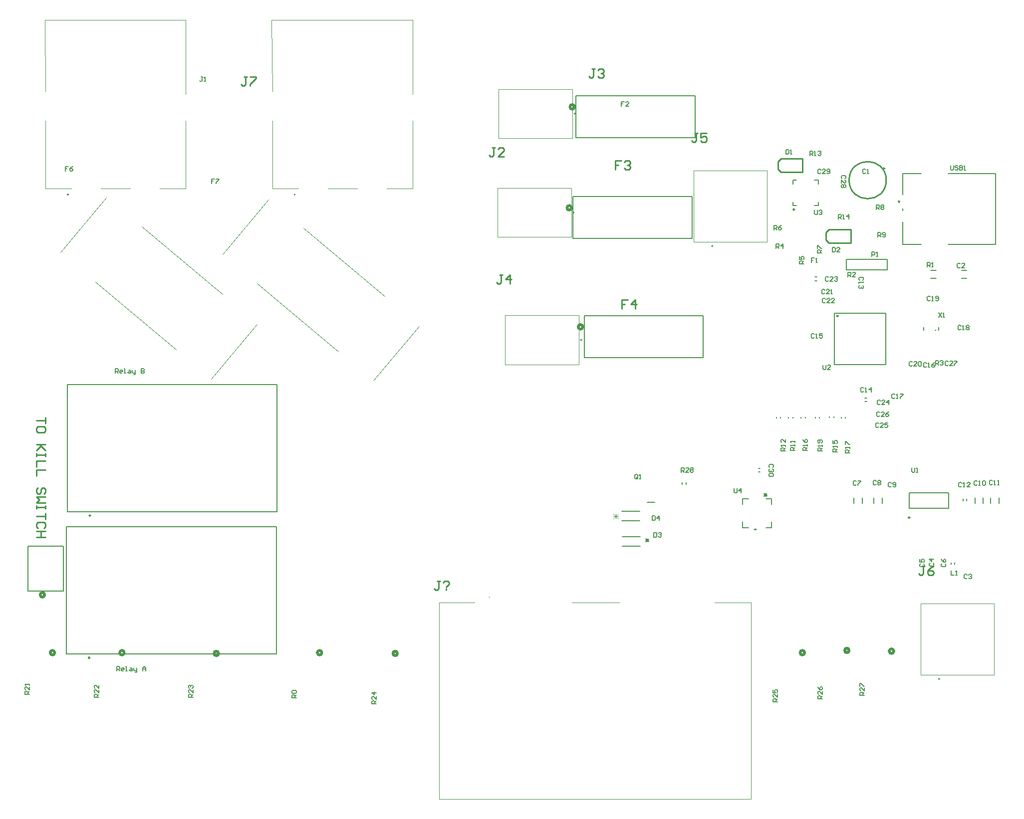
<source format=gto>
G04*
G04 #@! TF.GenerationSoftware,Altium Limited,Altium Designer,18.1.7 (191)*
G04*
G04 Layer_Color=65535*
%FSLAX25Y25*%
%MOIN*%
G70*
G01*
G75*
%ADD10C,0.00787*%
%ADD11C,0.02000*%
%ADD12C,0.00984*%
%ADD13C,0.01000*%
%ADD14C,0.00394*%
%ADD15C,0.00600*%
%ADD16C,0.00300*%
%ADD17C,0.00500*%
G36*
X568798Y424551D02*
Y423551D01*
X567298D01*
Y424551D01*
X568798D01*
D02*
G37*
D10*
X390410Y378921D02*
G03*
X390410Y378528I0J-197D01*
G01*
D02*
G03*
X390410Y378921I0J197D01*
G01*
D02*
G03*
X390410Y378528I0J-197D01*
G01*
X259961Y647945D02*
G03*
X260748Y647945I394J0D01*
G01*
D02*
G03*
X259961Y647945I-394J0D01*
G01*
X690370Y324205D02*
G03*
X691157Y324205I394J0D01*
G01*
D02*
G03*
X690370Y324205I-394J0D01*
G01*
X538870Y613587D02*
G03*
X539657Y613587I394J0D01*
G01*
D02*
G03*
X538870Y613587I-394J0D01*
G01*
X447402Y702394D02*
G03*
X447402Y701606I0J-394D01*
G01*
D02*
G03*
X447402Y702394I0J394D01*
G01*
X446681Y636394D02*
G03*
X446681Y635606I0J-394D01*
G01*
D02*
G03*
X446681Y636394I0J394D01*
G01*
X451681Y551185D02*
G03*
X451681Y550398I0J-394D01*
G01*
D02*
G03*
X451681Y551185I0J394D01*
G01*
X109260Y647945D02*
G03*
X108473Y647945I-394J0D01*
G01*
D02*
G03*
X109260Y647945I394J0D01*
G01*
X607909Y590220D02*
X609091D01*
X607909Y592780D02*
X609091D01*
X495681Y442310D02*
X500799D01*
X521878Y454165D02*
Y455740D01*
X519122Y454165D02*
Y455740D01*
X670811Y438382D02*
X697189D01*
X670811Y448618D02*
X697189D01*
X670811Y438382D02*
Y448618D01*
X697189Y438382D02*
Y448618D01*
X570017Y462532D02*
X571198D01*
X570017Y465091D02*
X571198D01*
X641201Y512047D02*
X642382D01*
X641201Y509488D02*
X642382D01*
X701279Y400910D02*
Y402091D01*
X698721Y400910D02*
Y402091D01*
X656043Y597500D02*
Y604586D01*
X628957D02*
X656043D01*
X628957Y597500D02*
Y604586D01*
Y597500D02*
X656043D01*
X620925Y534275D02*
Y568527D01*
X655177Y534275D02*
Y568527D01*
X620925D02*
X655177D01*
X620925Y534275D02*
X655177D01*
X593197Y640559D02*
X595657D01*
X593197D02*
Y643019D01*
Y655027D02*
Y657488D01*
X595657D01*
X607665D02*
X610126D01*
Y655027D02*
Y657488D01*
X607665Y640559D02*
X610126D01*
Y643019D01*
X709280Y443409D02*
Y444591D01*
X706720Y443409D02*
Y444591D01*
X730756Y441728D02*
Y445272D01*
X725244Y441728D02*
Y445272D01*
X696945Y662043D02*
X728362D01*
Y614641D02*
Y662043D01*
X696945Y614641D02*
X728362D01*
X666512D02*
X678835D01*
X666512Y662043D02*
X678835D01*
X666512Y647988D02*
Y662043D01*
Y614641D02*
Y629641D01*
Y637200D02*
Y638539D01*
X685228Y597299D02*
X688772D01*
X685228Y591787D02*
X688772D01*
X705728Y597299D02*
X709272D01*
X705728Y591787D02*
X709272D01*
X107921Y340980D02*
X248079D01*
Y426020D01*
X107921D02*
X248079D01*
X107921Y340980D02*
Y426020D01*
X108421Y435980D02*
X248579D01*
Y521020D01*
X108421D02*
X248579D01*
X108421Y435980D02*
Y521020D01*
X680500Y557354D02*
Y559354D01*
X690500Y557354D02*
Y559354D01*
X608122Y498606D02*
Y499394D01*
X610878Y498606D02*
Y499394D01*
X625347Y498629D02*
Y499417D01*
X628102Y498629D02*
Y499417D01*
X598622Y498606D02*
Y499394D01*
X601378Y498606D02*
Y499394D01*
X617622Y498787D02*
Y499574D01*
X620378Y498787D02*
Y499574D01*
X584878Y498449D02*
Y499236D01*
X582122Y498449D02*
Y499236D01*
X593039Y498606D02*
Y499394D01*
X590283Y498606D02*
Y499394D01*
X720256Y441728D02*
Y445271D01*
X714744Y441728D02*
Y445271D01*
X652756Y441771D02*
Y445315D01*
X647244Y441771D02*
Y445315D01*
X639413Y441610D02*
Y445153D01*
X633901Y441610D02*
Y445153D01*
D11*
X93329Y380389D02*
G03*
X93329Y380389I-1500J0D01*
G01*
X452750Y559500D02*
G03*
X452750Y559500I-1500J0D01*
G01*
X445250Y639071D02*
G03*
X445250Y639071I-1500J0D01*
G01*
X447250Y706500D02*
G03*
X447250Y706500I-1500J0D01*
G01*
X660500Y342750D02*
G03*
X660500Y342750I-1500J0D01*
G01*
X278468Y341750D02*
G03*
X278468Y341750I-1500J0D01*
G01*
X630693Y343266D02*
G03*
X630693Y343266I-1500J0D01*
G01*
X600968Y341766D02*
G03*
X600968Y341766I-1500J0D01*
G01*
X328969Y341266D02*
G03*
X328969Y341266I-1500J0D01*
G01*
X209500D02*
G03*
X209500Y341266I-1500J0D01*
G01*
X146469Y341766D02*
G03*
X146469Y341766I-1500J0D01*
G01*
X100048D02*
G03*
X100048Y341766I-1500J0D01*
G01*
D12*
X671303Y432083D02*
G03*
X671303Y432083I-492J0D01*
G01*
X623369Y566717D02*
G03*
X623369Y566717I-492J0D01*
G01*
X594279Y638000D02*
G03*
X594279Y638000I-492J0D01*
G01*
X664524Y643263D02*
G03*
X664524Y643263I-492J0D01*
G01*
X123492Y338421D02*
G03*
X123492Y338421I-492J0D01*
G01*
X123992Y433421D02*
G03*
X123992Y433421I-492J0D01*
G01*
X688492Y557263D02*
G03*
X688492Y557263I-197J0D01*
G01*
D13*
X655480Y657543D02*
G03*
X655480Y657543I-12402J0D01*
G01*
X617331Y615543D02*
X631831D01*
X615331Y617543D02*
X617331Y615543D01*
X615331Y617543D02*
Y622543D01*
X617331Y624543D01*
X631831D01*
Y615543D02*
Y624543D01*
X599610Y663000D02*
Y672000D01*
X585110D02*
X599610D01*
X583110Y670000D02*
X585110Y672000D01*
X583110Y665000D02*
Y670000D01*
Y665000D02*
X585110Y663000D01*
X599610D01*
X357627Y389598D02*
X355627D01*
X356627D01*
Y384600D01*
X355627Y383600D01*
X354628D01*
X353628Y384600D01*
X359626Y388598D02*
X360626Y389598D01*
X362625D01*
X363625Y388598D01*
Y387599D01*
X361626Y385599D01*
Y384600D02*
Y383600D01*
X93998Y499000D02*
Y495001D01*
Y497001D01*
X88000D01*
X93998Y490003D02*
Y492002D01*
X92998Y493002D01*
X89000D01*
X88000Y492002D01*
Y490003D01*
X89000Y489003D01*
X92998D01*
X93998Y490003D01*
Y481006D02*
X88000D01*
X89999D01*
X93998Y477007D01*
X90999Y480006D01*
X88000Y477007D01*
X93998Y475008D02*
Y473008D01*
Y474008D01*
X88000D01*
Y475008D01*
Y473008D01*
X93998Y470009D02*
X88000D01*
Y466011D01*
X93998Y464011D02*
X88000D01*
Y460013D01*
X92998Y448017D02*
X93998Y449016D01*
Y451016D01*
X92998Y452015D01*
X91999D01*
X90999Y451016D01*
Y449016D01*
X89999Y448017D01*
X89000D01*
X88000Y449016D01*
Y451016D01*
X89000Y452015D01*
X93998Y446017D02*
X88000D01*
X89999Y444018D01*
X88000Y442018D01*
X93998D01*
Y440019D02*
Y438020D01*
Y439019D01*
X88000D01*
Y440019D01*
Y438020D01*
X93998Y435021D02*
Y431022D01*
Y433021D01*
X88000D01*
X92998Y425024D02*
X93998Y426024D01*
Y428023D01*
X92998Y429023D01*
X89000D01*
X88000Y428023D01*
Y426024D01*
X89000Y425024D01*
X93998Y423025D02*
X88000D01*
X90999D01*
Y419026D01*
X93998D01*
X88000D01*
X228499Y726498D02*
X226499D01*
X227499D01*
Y721500D01*
X226499Y720500D01*
X225500D01*
X224500Y721500D01*
X230498Y726498D02*
X234497D01*
Y725498D01*
X230498Y721500D01*
Y720500D01*
X681199Y399498D02*
X679199D01*
X680199D01*
Y394500D01*
X679199Y393500D01*
X678200D01*
X677200Y394500D01*
X687197Y399498D02*
X685197Y398498D01*
X683198Y396499D01*
Y394500D01*
X684198Y393500D01*
X686197D01*
X687197Y394500D01*
Y395499D01*
X686197Y396499D01*
X683198D01*
X529658Y688939D02*
X527658D01*
X528658D01*
Y683941D01*
X527658Y682941D01*
X526659D01*
X525659Y683941D01*
X535656Y688939D02*
X531657D01*
Y685940D01*
X533657Y686940D01*
X534656D01*
X535656Y685940D01*
Y683941D01*
X534656Y682941D01*
X532657D01*
X531657Y683941D01*
X482762Y577541D02*
X478763D01*
Y574542D01*
X480762D01*
X478763D01*
Y571543D01*
X487760D02*
Y577541D01*
X484761Y574542D01*
X488760D01*
X478499Y670498D02*
X474500D01*
Y667499D01*
X476499D01*
X474500D01*
Y664500D01*
X480498Y669498D02*
X481498Y670498D01*
X483497D01*
X484497Y669498D01*
Y668499D01*
X483497Y667499D01*
X482497D01*
X483497D01*
X484497Y666499D01*
Y665500D01*
X483497Y664500D01*
X481498D01*
X480498Y665500D01*
X399219Y594189D02*
X397220D01*
X398219D01*
Y589191D01*
X397220Y588191D01*
X396220D01*
X395220Y589191D01*
X404218Y588191D02*
Y594189D01*
X401219Y591190D01*
X405217D01*
X460999Y731998D02*
X458999D01*
X459999D01*
Y727000D01*
X458999Y726000D01*
X458000D01*
X457000Y727000D01*
X462998Y730998D02*
X463998Y731998D01*
X465997D01*
X466997Y730998D01*
Y729999D01*
X465997Y728999D01*
X464997D01*
X465997D01*
X466997Y727999D01*
Y727000D01*
X465997Y726000D01*
X463998D01*
X462998Y727000D01*
X394219Y679398D02*
X392220D01*
X393219D01*
Y674400D01*
X392220Y673400D01*
X391220D01*
X390220Y674400D01*
X400217Y673400D02*
X396218D01*
X400217Y677399D01*
Y678398D01*
X399218Y679398D01*
X397218D01*
X396218Y678398D01*
D14*
X204556Y524725D02*
X235240Y561293D01*
X103824Y609249D02*
X134508Y645817D01*
X127046Y589763D02*
X181333Y544211D01*
X158047Y626708D02*
X212333Y581156D01*
X356749Y375339D02*
X380568D01*
X356749D02*
X380568D01*
X356749Y243843D02*
Y375339D01*
Y243843D02*
Y375339D01*
Y243843D02*
X565016D01*
X356749D02*
X565016D01*
Y375339D01*
Y243843D02*
Y375339D01*
X541001D02*
X565016D01*
X541001D02*
X565016D01*
X445528D02*
X477024D01*
X445528D02*
X477024D01*
X312786Y523496D02*
X343470Y560064D01*
X212054Y608020D02*
X242738Y644588D01*
X235276Y588534D02*
X289563Y542982D01*
X266277Y625479D02*
X320564Y579927D01*
X245000Y764716D02*
X245354Y716843D01*
X245000Y764716D02*
X339134D01*
Y714874D02*
Y764716D01*
X245354Y651882D02*
Y697157D01*
Y651882D02*
X262717D01*
X282402D02*
X302087D01*
X339134D02*
Y697157D01*
X321772Y651882D02*
X339134D01*
X727488Y327059D02*
Y374500D01*
X678354Y327059D02*
X727488D01*
X678354D02*
Y374500D01*
X727488D01*
X575988Y616441D02*
Y663882D01*
X526854Y616441D02*
X575988D01*
X526854D02*
Y663882D01*
X575988D01*
X396654Y685563D02*
Y718437D01*
X445787D01*
Y685563D02*
Y718437D01*
X396654Y685563D02*
X445787D01*
X395933Y619563D02*
Y652437D01*
X445067D01*
Y619563D02*
Y652437D01*
X395933Y619563D02*
X445067D01*
X400933Y534354D02*
Y567228D01*
X450067D01*
Y534354D02*
Y567228D01*
X400933Y534354D02*
X450067D01*
X170283Y651882D02*
X187646D01*
Y697157D01*
X130913Y651882D02*
X150598D01*
X93866D02*
X111228D01*
X93866D02*
Y697157D01*
X187646Y714874D02*
Y764716D01*
X93512D02*
X187646D01*
X93512D02*
X93866Y716843D01*
D15*
X82115Y412989D02*
X105715D01*
Y382889D02*
Y412989D01*
X82115Y382889D02*
X105715D01*
X82115D02*
Y412989D01*
X453750Y539000D02*
Y567000D01*
X533250D01*
Y539000D02*
Y567000D01*
X453750Y539000D02*
X533250D01*
X446250Y618571D02*
Y646571D01*
X525750D01*
Y618571D02*
Y646571D01*
X446250Y618571D02*
X525750D01*
X448250Y686000D02*
Y714000D01*
X527750D01*
Y686000D02*
Y714000D01*
X448250Y686000D02*
X527750D01*
X478681Y436158D02*
X490902D01*
X478681Y429843D02*
X490902D01*
X479098Y419158D02*
X491319D01*
X479098Y412843D02*
X491319D01*
X578997Y440819D02*
Y444669D01*
X559659Y440819D02*
Y444669D01*
Y425331D02*
X563509D01*
X578997D02*
Y429181D01*
X575147Y444669D02*
X578997D01*
X559659D02*
X563509D01*
X559659Y425331D02*
Y429181D01*
X575147Y425331D02*
X578997D01*
D16*
X473063Y434665D02*
X476395Y431333D01*
X473063D02*
X476395Y434665D01*
X473063Y432999D02*
X476395D01*
X474729Y431333D02*
Y434665D01*
D17*
X496937Y416001D02*
X494938Y418000D01*
X496937D02*
X494938Y416001D01*
X496937Y417000D02*
X494938D01*
X495938Y418000D02*
Y416001D01*
X575945Y448199D02*
X573946Y446200D01*
Y448199D02*
X575945Y446200D01*
X574946Y448199D02*
Y446200D01*
X573946Y447199D02*
X575945D01*
X652925Y665196D02*
X654924D01*
X653925Y666196D02*
Y664196D01*
X499265Y433236D02*
Y430236D01*
X500765D01*
X501264Y430736D01*
Y432736D01*
X500765Y433236D01*
X499265D01*
X503764Y430236D02*
Y433236D01*
X502264Y431736D01*
X504263D01*
X198999Y726499D02*
X198000D01*
X198500D01*
Y724000D01*
X198000Y723500D01*
X197500D01*
X197000Y724000D01*
X199999Y723500D02*
X200999D01*
X200499D01*
Y726499D01*
X199999Y725999D01*
X206928Y658399D02*
X204929D01*
Y656899D01*
X205929D01*
X204929D01*
Y655400D01*
X207928Y658399D02*
X209928D01*
Y657899D01*
X207928Y655900D01*
Y655400D01*
X109109Y666689D02*
X107110D01*
Y665190D01*
X108110D01*
X107110D01*
Y663690D01*
X112108Y666689D02*
X111109Y666189D01*
X110109Y665190D01*
Y664190D01*
X110609Y663690D01*
X111608D01*
X112108Y664190D01*
Y664690D01*
X111608Y665190D01*
X110109D01*
X480499Y710027D02*
X478500D01*
Y708528D01*
X479500D01*
X478500D01*
Y707028D01*
X483498D02*
X481499D01*
X483498Y709028D01*
Y709527D01*
X482999Y710027D01*
X481999D01*
X481499Y709527D01*
X489599Y458414D02*
Y460414D01*
X489100Y460913D01*
X488100D01*
X487600Y460414D01*
Y458414D01*
X488100Y457914D01*
X489100D01*
X488600Y458914D02*
X489599Y457914D01*
X489100D02*
X489599Y458414D01*
X490599Y457914D02*
X491599D01*
X491099D01*
Y460913D01*
X490599Y460414D01*
X554000Y451499D02*
Y449000D01*
X554500Y448500D01*
X555500D01*
X555999Y449000D01*
Y451499D01*
X558499Y448500D02*
Y451499D01*
X556999Y450000D01*
X558998D01*
X613186Y533999D02*
Y531500D01*
X613686Y531000D01*
X614685D01*
X615185Y531500D01*
Y533999D01*
X618184Y531000D02*
X616185D01*
X618184Y532999D01*
Y533499D01*
X617684Y533999D01*
X616685D01*
X616185Y533499D01*
X607605Y637499D02*
Y635000D01*
X608105Y634500D01*
X609105D01*
X609605Y635000D01*
Y637499D01*
X610604Y636999D02*
X611104Y637499D01*
X612104D01*
X612604Y636999D01*
Y636499D01*
X612104Y635999D01*
X611604D01*
X612104D01*
X612604Y635500D01*
Y635000D01*
X612104Y634500D01*
X611104D01*
X610604Y635000D01*
X518600Y462353D02*
Y465352D01*
X520099D01*
X520599Y464852D01*
Y463852D01*
X520099Y463352D01*
X518600D01*
X519600D02*
X520599Y462353D01*
X523598D02*
X521599D01*
X523598Y464352D01*
Y464852D01*
X523099Y465352D01*
X522099D01*
X521599Y464852D01*
X524598D02*
X525098Y465352D01*
X526098D01*
X526597Y464852D01*
Y464352D01*
X526098Y463852D01*
X526597Y463352D01*
Y462853D01*
X526098Y462353D01*
X525098D01*
X524598Y462853D01*
Y463352D01*
X525098Y463852D01*
X524598Y464352D01*
Y464852D01*
X525098Y463852D02*
X526098D01*
X261500Y311484D02*
X258501D01*
Y312983D01*
X259001Y313483D01*
X260001D01*
X260501Y312983D01*
Y311484D01*
Y312484D02*
X261500Y313483D01*
X259001Y314483D02*
X258501Y314983D01*
Y315983D01*
X259001Y316482D01*
X261000D01*
X261500Y315983D01*
Y314983D01*
X261000Y314483D01*
X259001D01*
X641000Y313323D02*
X638001D01*
Y314822D01*
X638501Y315322D01*
X639501D01*
X640000Y314822D01*
Y313323D01*
Y314322D02*
X641000Y315322D01*
Y318321D02*
Y316322D01*
X639001Y318321D01*
X638501D01*
X638001Y317821D01*
Y316822D01*
X638501Y316322D01*
X638001Y319321D02*
Y321320D01*
X638501D01*
X640500Y319321D01*
X641000D01*
X612693Y311000D02*
X609694D01*
Y312499D01*
X610194Y312999D01*
X611194D01*
X611693Y312499D01*
Y311000D01*
Y311999D02*
X612693Y312999D01*
Y315998D02*
Y313999D01*
X610694Y315998D01*
X610194D01*
X609694Y315498D01*
Y314498D01*
X610194Y313999D01*
X609694Y318997D02*
X610194Y317997D01*
X611194Y316998D01*
X612193D01*
X612693Y317497D01*
Y318497D01*
X612193Y318997D01*
X611693D01*
X611194Y318497D01*
Y316998D01*
X583000Y309000D02*
X580001D01*
Y310500D01*
X580501Y311000D01*
X581500D01*
X582000Y310500D01*
Y309000D01*
Y310000D02*
X583000Y311000D01*
Y313999D02*
Y311999D01*
X581001Y313999D01*
X580501D01*
X580001Y313499D01*
Y312499D01*
X580501Y311999D01*
X580001Y316998D02*
Y314999D01*
X581500D01*
X581001Y315998D01*
Y316498D01*
X581500Y316998D01*
X582500D01*
X583000Y316498D01*
Y315498D01*
X582500Y314999D01*
X314969Y307500D02*
X311970D01*
Y308999D01*
X312469Y309499D01*
X313469D01*
X313969Y308999D01*
Y307500D01*
Y308499D02*
X314969Y309499D01*
Y312498D02*
Y310499D01*
X312969Y312498D01*
X312469D01*
X311970Y311998D01*
Y310999D01*
X312469Y310499D01*
X314969Y314997D02*
X311970D01*
X313469Y313498D01*
Y315497D01*
X192500Y312000D02*
X189501D01*
Y313499D01*
X190001Y313999D01*
X191000D01*
X191500Y313499D01*
Y312000D01*
Y312999D02*
X192500Y313999D01*
Y316998D02*
Y314999D01*
X190501Y316998D01*
X190001D01*
X189501Y316498D01*
Y315498D01*
X190001Y314999D01*
Y317998D02*
X189501Y318497D01*
Y319497D01*
X190001Y319997D01*
X190501D01*
X191000Y319497D01*
Y318997D01*
Y319497D01*
X191500Y319997D01*
X192000D01*
X192500Y319497D01*
Y318497D01*
X192000Y317998D01*
X129469Y312000D02*
X126470D01*
Y313499D01*
X126969Y313999D01*
X127969D01*
X128469Y313499D01*
Y312000D01*
Y313000D02*
X129469Y313999D01*
Y316998D02*
Y314999D01*
X127469Y316998D01*
X126969D01*
X126470Y316498D01*
Y315499D01*
X126969Y314999D01*
X129469Y319997D02*
Y317998D01*
X127469Y319997D01*
X126969D01*
X126470Y319498D01*
Y318498D01*
X126969Y317998D01*
X83048Y314000D02*
X80049D01*
Y315500D01*
X80548Y316000D01*
X81548D01*
X82048Y315500D01*
Y314000D01*
Y315000D02*
X83048Y316000D01*
Y318999D02*
Y316999D01*
X81048Y318999D01*
X80548D01*
X80049Y318499D01*
Y317499D01*
X80548Y316999D01*
X83048Y319998D02*
Y320998D01*
Y320498D01*
X80049D01*
X80548Y319998D01*
X690500Y568999D02*
X692499Y566000D01*
Y568999D02*
X690500Y566000D01*
X693499D02*
X694499D01*
X693999D01*
Y568999D01*
X693499Y568499D01*
X698500Y667298D02*
Y664799D01*
X699000Y664299D01*
X700000D01*
X700499Y664799D01*
Y667298D01*
X703498Y666798D02*
X702998Y667298D01*
X701999D01*
X701499Y666798D01*
Y666298D01*
X701999Y665798D01*
X702998D01*
X703498Y665299D01*
Y664799D01*
X702998Y664299D01*
X701999D01*
X701499Y664799D01*
X704498Y667298D02*
Y664299D01*
X705998D01*
X706497Y664799D01*
Y665299D01*
X705998Y665798D01*
X704498D01*
X705998D01*
X706497Y666298D01*
Y666798D01*
X705998Y667298D01*
X704498D01*
X707497Y664299D02*
X708497D01*
X707997D01*
Y667298D01*
X707497Y666798D01*
X672583Y465424D02*
Y462925D01*
X673082Y462425D01*
X674082D01*
X674582Y462925D01*
Y465424D01*
X675582Y462425D02*
X676581D01*
X676082D01*
Y465424D01*
X675582Y464925D01*
X612776Y476500D02*
X609777D01*
Y477999D01*
X610276Y478499D01*
X611276D01*
X611776Y477999D01*
Y476500D01*
Y477500D02*
X612776Y478499D01*
Y479499D02*
Y480499D01*
Y479999D01*
X609777D01*
X610276Y479499D01*
X612276Y481998D02*
X612776Y482498D01*
Y483498D01*
X612276Y483998D01*
X610276D01*
X609777Y483498D01*
Y482498D01*
X610276Y481998D01*
X610776D01*
X611276Y482498D01*
Y483998D01*
X631161Y475366D02*
X628162D01*
Y476865D01*
X628662Y477365D01*
X629662D01*
X630162Y476865D01*
Y475366D01*
Y476365D02*
X631161Y477365D01*
Y478365D02*
Y479364D01*
Y478864D01*
X628162D01*
X628662Y478365D01*
X628162Y480864D02*
Y482863D01*
X628662D01*
X630662Y480864D01*
X631161D01*
X602776Y476843D02*
X599777D01*
Y478342D01*
X600277Y478842D01*
X601276D01*
X601776Y478342D01*
Y476843D01*
Y477842D02*
X602776Y478842D01*
Y479842D02*
Y480841D01*
Y480342D01*
X599777D01*
X600277Y479842D01*
X599777Y484340D02*
X600277Y483341D01*
X601276Y482341D01*
X602276D01*
X602776Y482841D01*
Y483840D01*
X602276Y484340D01*
X601776D01*
X601276Y483840D01*
Y482341D01*
X622776Y476023D02*
X619776D01*
Y477523D01*
X620276Y478022D01*
X621276D01*
X621776Y477523D01*
Y476023D01*
Y477023D02*
X622776Y478022D01*
Y479022D02*
Y480022D01*
Y479522D01*
X619776D01*
X620276Y479022D01*
X619776Y483521D02*
Y481521D01*
X621276D01*
X620776Y482521D01*
Y483021D01*
X621276Y483521D01*
X622276D01*
X622776Y483021D01*
Y482021D01*
X622276Y481521D01*
X623500Y631697D02*
Y634696D01*
X625000D01*
X625499Y634196D01*
Y633196D01*
X625000Y632696D01*
X623500D01*
X624500D02*
X625499Y631697D01*
X626499D02*
X627499D01*
X626999D01*
Y634696D01*
X626499Y634196D01*
X630498Y631697D02*
Y634696D01*
X628998Y633196D01*
X630998D01*
X604500Y674000D02*
Y676999D01*
X606000D01*
X606499Y676499D01*
Y675499D01*
X606000Y675000D01*
X604500D01*
X605500D02*
X606499Y674000D01*
X607499D02*
X608499D01*
X607999D01*
Y676999D01*
X607499Y676499D01*
X609998D02*
X610498Y676999D01*
X611498D01*
X611998Y676499D01*
Y675999D01*
X611498Y675499D01*
X610998D01*
X611498D01*
X611998Y675000D01*
Y674500D01*
X611498Y674000D01*
X610498D01*
X609998Y674500D01*
X588077Y476685D02*
X585078D01*
Y478185D01*
X585578Y478684D01*
X586578D01*
X587078Y478185D01*
Y476685D01*
Y477685D02*
X588077Y478684D01*
Y479684D02*
Y480684D01*
Y480184D01*
X585078D01*
X585578Y479684D01*
X588077Y484183D02*
Y482183D01*
X586078Y484183D01*
X585578D01*
X585078Y483683D01*
Y482683D01*
X585578Y482183D01*
X594437Y476842D02*
X591438D01*
Y478342D01*
X591938Y478842D01*
X592937D01*
X593437Y478342D01*
Y476842D01*
Y477842D02*
X594437Y478842D01*
Y479842D02*
Y480841D01*
Y480341D01*
X591438D01*
X591938Y479842D01*
X594437Y482341D02*
Y483340D01*
Y482841D01*
X591438D01*
X591938Y482341D01*
X650000Y619500D02*
Y622499D01*
X651500D01*
X651999Y621999D01*
Y620999D01*
X651500Y620500D01*
X650000D01*
X651000D02*
X651999Y619500D01*
X652999Y620000D02*
X653499Y619500D01*
X654498D01*
X654998Y620000D01*
Y621999D01*
X654498Y622499D01*
X653499D01*
X652999Y621999D01*
Y621499D01*
X653499Y620999D01*
X654998D01*
X648878Y638000D02*
Y640999D01*
X650378D01*
X650877Y640499D01*
Y639500D01*
X650378Y639000D01*
X648878D01*
X649878D02*
X650877Y638000D01*
X651877Y640499D02*
X652377Y640999D01*
X653377D01*
X653876Y640499D01*
Y639999D01*
X653377Y639500D01*
X653876Y639000D01*
Y638500D01*
X653377Y638000D01*
X652377D01*
X651877Y638500D01*
Y639000D01*
X652377Y639500D01*
X651877Y639999D01*
Y640499D01*
X652377Y639500D02*
X653377D01*
X612500Y609071D02*
X609501D01*
Y610570D01*
X610001Y611070D01*
X611000D01*
X611500Y610570D01*
Y609071D01*
Y610071D02*
X612500Y611070D01*
X609501Y612070D02*
Y614069D01*
X610001D01*
X612000Y612070D01*
X612500D01*
X580500Y624413D02*
Y627412D01*
X581999D01*
X582499Y626913D01*
Y625913D01*
X581999Y625413D01*
X580500D01*
X581500D02*
X582499Y624413D01*
X585498Y627412D02*
X584499Y626913D01*
X583499Y625913D01*
Y624913D01*
X583999Y624413D01*
X584999D01*
X585498Y624913D01*
Y625413D01*
X584999Y625913D01*
X583499D01*
X600640Y601575D02*
X597641D01*
Y603074D01*
X598141Y603574D01*
X599140D01*
X599640Y603074D01*
Y601575D01*
Y602574D02*
X600640Y603574D01*
X597641Y606573D02*
Y604574D01*
X599140D01*
X598641Y605574D01*
Y606073D01*
X599140Y606573D01*
X600140D01*
X600640Y606073D01*
Y605074D01*
X600140Y604574D01*
X581900Y612000D02*
Y614999D01*
X583399D01*
X583899Y614499D01*
Y613499D01*
X583399Y612999D01*
X581900D01*
X582900D02*
X583899Y612000D01*
X586399D02*
Y614999D01*
X584899Y613499D01*
X586898D01*
X688500Y534000D02*
Y536999D01*
X689999D01*
X690499Y536499D01*
Y535499D01*
X689999Y535000D01*
X688500D01*
X689500D02*
X690499Y534000D01*
X691499Y536499D02*
X691999Y536999D01*
X692999D01*
X693498Y536499D01*
Y535999D01*
X692999Y535499D01*
X692499D01*
X692999D01*
X693498Y535000D01*
Y534500D01*
X692999Y534000D01*
X691999D01*
X691499Y534500D01*
X630000Y593000D02*
Y595999D01*
X631499D01*
X631999Y595499D01*
Y594499D01*
X631499Y594000D01*
X630000D01*
X631000D02*
X631999Y593000D01*
X634998D02*
X632999D01*
X634998Y594999D01*
Y595499D01*
X634499Y595999D01*
X633499D01*
X632999Y595499D01*
X683000Y599543D02*
Y602542D01*
X684500D01*
X684999Y602042D01*
Y601043D01*
X684500Y600543D01*
X683000D01*
X684000D02*
X684999Y599543D01*
X685999D02*
X686999D01*
X686499D01*
Y602542D01*
X685999Y602042D01*
X698885Y396499D02*
Y393500D01*
X700885D01*
X701885D02*
X702884D01*
X702384D01*
Y396499D01*
X701885Y395999D01*
X607499Y605499D02*
X605500D01*
Y604000D01*
X606500D01*
X605500D01*
Y602500D01*
X608499D02*
X609499D01*
X608999D01*
Y605499D01*
X608499Y604999D01*
X619500Y612499D02*
Y609500D01*
X620999D01*
X621499Y610000D01*
Y611999D01*
X620999Y612499D01*
X619500D01*
X624498Y609500D02*
X622499D01*
X624498Y611499D01*
Y611999D01*
X623998Y612499D01*
X622999D01*
X622499Y611999D01*
X588500Y677999D02*
Y675000D01*
X589999D01*
X590499Y675500D01*
Y677499D01*
X589999Y677999D01*
X588500D01*
X591499Y675000D02*
X592499D01*
X591999D01*
Y677999D01*
X591499Y677499D01*
X579564Y465536D02*
X580063Y466036D01*
Y467036D01*
X579564Y467535D01*
X577564D01*
X577064Y467036D01*
Y466036D01*
X577564Y465536D01*
X579564Y464536D02*
X580063Y464037D01*
Y463037D01*
X579564Y462537D01*
X579064D01*
X578564Y463037D01*
Y463537D01*
Y463037D01*
X578064Y462537D01*
X577564D01*
X577064Y463037D01*
Y464037D01*
X577564Y464536D01*
X579564Y461537D02*
X580063Y461037D01*
Y460038D01*
X579564Y459538D01*
X577564D01*
X577064Y460038D01*
Y461037D01*
X577564Y461537D01*
X579564D01*
X611787Y664346D02*
X611287Y664845D01*
X610288D01*
X609788Y664346D01*
Y662346D01*
X610288Y661846D01*
X611287D01*
X611787Y662346D01*
X614786Y661846D02*
X612787D01*
X614786Y663846D01*
Y664346D01*
X614286Y664845D01*
X613287D01*
X612787Y664346D01*
X615786Y662346D02*
X616286Y661846D01*
X617285D01*
X617785Y662346D01*
Y664346D01*
X617285Y664845D01*
X616286D01*
X615786Y664346D01*
Y663846D01*
X616286Y663346D01*
X617785D01*
X627999Y658501D02*
X628499Y659000D01*
Y660000D01*
X627999Y660500D01*
X626000D01*
X625500Y660000D01*
Y659000D01*
X626000Y658501D01*
X625500Y655502D02*
Y657501D01*
X627499Y655502D01*
X627999D01*
X628499Y656002D01*
Y657001D01*
X627999Y657501D01*
Y654502D02*
X628499Y654002D01*
Y653002D01*
X627999Y652503D01*
X627499D01*
X627000Y653002D01*
X626500Y652503D01*
X626000D01*
X625500Y653002D01*
Y654002D01*
X626000Y654502D01*
X626500D01*
X627000Y654002D01*
X627499Y654502D01*
X627999D01*
X627000Y654002D02*
Y653002D01*
X696999Y536121D02*
X696499Y536621D01*
X695500D01*
X695000Y536121D01*
Y534122D01*
X695500Y533622D01*
X696499D01*
X696999Y534122D01*
X699998Y533622D02*
X697999D01*
X699998Y535622D01*
Y536121D01*
X699499Y536621D01*
X698499D01*
X697999Y536121D01*
X700998Y536621D02*
X702997D01*
Y536121D01*
X700998Y534122D01*
Y533622D01*
X651122Y502251D02*
X650622Y502751D01*
X649622D01*
X649122Y502251D01*
Y500252D01*
X649622Y499752D01*
X650622D01*
X651122Y500252D01*
X654121Y499752D02*
X652121D01*
X654121Y501751D01*
Y502251D01*
X653621Y502751D01*
X652621D01*
X652121Y502251D01*
X657120Y502751D02*
X656120Y502251D01*
X655120Y501252D01*
Y500252D01*
X655620Y499752D01*
X656620D01*
X657120Y500252D01*
Y500752D01*
X656620Y501252D01*
X655120D01*
X650433Y494794D02*
X649933Y495294D01*
X648933D01*
X648433Y494794D01*
Y492795D01*
X648933Y492295D01*
X649933D01*
X650433Y492795D01*
X653432Y492295D02*
X651432D01*
X653432Y494294D01*
Y494794D01*
X652932Y495294D01*
X651932D01*
X651432Y494794D01*
X656431Y495294D02*
X654431D01*
Y493794D01*
X655431Y494294D01*
X655931D01*
X656431Y493794D01*
Y492795D01*
X655931Y492295D01*
X654931D01*
X654431Y492795D01*
X651603Y509952D02*
X651103Y510452D01*
X650103D01*
X649603Y509952D01*
Y507953D01*
X650103Y507453D01*
X651103D01*
X651603Y507953D01*
X654602Y507453D02*
X652602D01*
X654602Y509452D01*
Y509952D01*
X654102Y510452D01*
X653102D01*
X652602Y509952D01*
X657101Y507453D02*
Y510452D01*
X655601Y508953D01*
X657601D01*
X616999Y592546D02*
X616500Y593046D01*
X615500D01*
X615000Y592546D01*
Y590547D01*
X615500Y590047D01*
X616500D01*
X616999Y590547D01*
X619998Y590047D02*
X617999D01*
X619998Y592047D01*
Y592546D01*
X619498Y593046D01*
X618499D01*
X617999Y592546D01*
X620998D02*
X621498Y593046D01*
X622498D01*
X622997Y592546D01*
Y592047D01*
X622498Y591547D01*
X621998D01*
X622498D01*
X622997Y591047D01*
Y590547D01*
X622498Y590047D01*
X621498D01*
X620998Y590547D01*
X614874Y577999D02*
X614374Y578499D01*
X613374D01*
X612875Y577999D01*
Y576000D01*
X613374Y575500D01*
X614374D01*
X614874Y576000D01*
X617873Y575500D02*
X615874D01*
X617873Y577499D01*
Y577999D01*
X617373Y578499D01*
X616373D01*
X615874Y577999D01*
X620872Y575500D02*
X618873D01*
X620872Y577499D01*
Y577999D01*
X620372Y578499D01*
X619373D01*
X618873Y577999D01*
X614499Y583964D02*
X614000Y584464D01*
X613000D01*
X612500Y583964D01*
Y581964D01*
X613000Y581465D01*
X614000D01*
X614499Y581964D01*
X617498Y581465D02*
X615499D01*
X617498Y583464D01*
Y583964D01*
X616998Y584464D01*
X615999D01*
X615499Y583964D01*
X618498Y581465D02*
X619498D01*
X618998D01*
Y584464D01*
X618498Y583964D01*
X672999Y535810D02*
X672500Y536310D01*
X671500D01*
X671000Y535810D01*
Y533811D01*
X671500Y533311D01*
X672500D01*
X672999Y533811D01*
X675998Y533311D02*
X673999D01*
X675998Y535310D01*
Y535810D01*
X675499Y536310D01*
X674499D01*
X673999Y535810D01*
X676998D02*
X677498Y536310D01*
X678498D01*
X678998Y535810D01*
Y533811D01*
X678498Y533311D01*
X677498D01*
X676998Y533811D01*
Y535810D01*
X684999Y579499D02*
X684500Y579999D01*
X683500D01*
X683000Y579499D01*
Y577500D01*
X683500Y577000D01*
X684500D01*
X684999Y577500D01*
X685999Y577000D02*
X686999D01*
X686499D01*
Y579999D01*
X685999Y579499D01*
X688498Y577500D02*
X688998Y577000D01*
X689998D01*
X690498Y577500D01*
Y579499D01*
X689998Y579999D01*
X688998D01*
X688498Y579499D01*
Y578999D01*
X688998Y578500D01*
X690498D01*
X705499Y559999D02*
X704999Y560499D01*
X704000D01*
X703500Y559999D01*
Y558000D01*
X704000Y557500D01*
X704999D01*
X705499Y558000D01*
X706499Y557500D02*
X707499D01*
X706999D01*
Y560499D01*
X706499Y559999D01*
X708998D02*
X709498Y560499D01*
X710498D01*
X710998Y559999D01*
Y559499D01*
X710498Y558999D01*
X710998Y558500D01*
Y558000D01*
X710498Y557500D01*
X709498D01*
X708998Y558000D01*
Y558500D01*
X709498Y558999D01*
X708998Y559499D01*
Y559999D01*
X709498Y558999D02*
X710498D01*
X661338Y514267D02*
X660838Y514767D01*
X659838D01*
X659339Y514267D01*
Y512268D01*
X659838Y511768D01*
X660838D01*
X661338Y512268D01*
X662338Y511768D02*
X663337D01*
X662837D01*
Y514767D01*
X662338Y514267D01*
X664837Y514767D02*
X666836D01*
Y514267D01*
X664837Y512268D01*
Y511768D01*
X682499Y534999D02*
X681999Y535499D01*
X681000D01*
X680500Y534999D01*
Y533000D01*
X681000Y532500D01*
X681999D01*
X682499Y533000D01*
X683499Y532500D02*
X684499D01*
X683999D01*
Y535499D01*
X683499Y534999D01*
X687998Y535499D02*
X686998Y534999D01*
X685998Y533999D01*
Y533000D01*
X686498Y532500D01*
X687498D01*
X687998Y533000D01*
Y533500D01*
X687498Y533999D01*
X685998D01*
X607502Y554499D02*
X607002Y554999D01*
X606003D01*
X605503Y554499D01*
Y552500D01*
X606003Y552000D01*
X607002D01*
X607502Y552500D01*
X608502Y552000D02*
X609502D01*
X609002D01*
Y554999D01*
X608502Y554499D01*
X613001Y554999D02*
X611001D01*
Y553500D01*
X612001Y553999D01*
X612501D01*
X613001Y553500D01*
Y552500D01*
X612501Y552000D01*
X611501D01*
X611001Y552500D01*
X640499Y518499D02*
X639999Y518999D01*
X639000D01*
X638500Y518499D01*
Y516500D01*
X639000Y516000D01*
X639999D01*
X640499Y516500D01*
X641499Y516000D02*
X642499D01*
X641999D01*
Y518999D01*
X641499Y518499D01*
X645498Y516000D02*
Y518999D01*
X643998Y517499D01*
X645998D01*
X639688Y590623D02*
X640188Y591123D01*
Y592123D01*
X639688Y592623D01*
X637689D01*
X637189Y592123D01*
Y591123D01*
X637689Y590623D01*
X637189Y589624D02*
Y588624D01*
Y589124D01*
X640188D01*
X639688Y589624D01*
Y587124D02*
X640188Y586625D01*
Y585625D01*
X639688Y585125D01*
X639188D01*
X638689Y585625D01*
Y586125D01*
Y585625D01*
X638189Y585125D01*
X637689D01*
X637189Y585625D01*
Y586625D01*
X637689Y587124D01*
X705869Y454999D02*
X705369Y455499D01*
X704369D01*
X703870Y454999D01*
Y453000D01*
X704369Y452500D01*
X705369D01*
X705869Y453000D01*
X706869Y452500D02*
X707868D01*
X707369D01*
Y455499D01*
X706869Y454999D01*
X711367Y452500D02*
X709368D01*
X711367Y454499D01*
Y454999D01*
X710867Y455499D01*
X709868D01*
X709368Y454999D01*
X726499Y456499D02*
X725999Y456999D01*
X725000D01*
X724500Y456499D01*
Y454500D01*
X725000Y454000D01*
X725999D01*
X726499Y454500D01*
X727499Y454000D02*
X728499D01*
X727999D01*
Y456999D01*
X727499Y456499D01*
X729998Y454000D02*
X730998D01*
X730498D01*
Y456999D01*
X729998Y456499D01*
X716299Y456256D02*
X715800Y456756D01*
X714800D01*
X714300Y456256D01*
Y454257D01*
X714800Y453757D01*
X715800D01*
X716299Y454257D01*
X717299Y453757D02*
X718299D01*
X717799D01*
Y456756D01*
X717299Y456256D01*
X719798D02*
X720298Y456756D01*
X721298D01*
X721798Y456256D01*
Y454257D01*
X721298Y453757D01*
X720298D01*
X719798Y454257D01*
Y456256D01*
X658999Y454999D02*
X658499Y455499D01*
X657500D01*
X657000Y454999D01*
Y453000D01*
X657500Y452500D01*
X658499D01*
X658999Y453000D01*
X659999D02*
X660499Y452500D01*
X661498D01*
X661998Y453000D01*
Y454999D01*
X661498Y455499D01*
X660499D01*
X659999Y454999D01*
Y454499D01*
X660499Y454000D01*
X661998D01*
X648799Y456329D02*
X648300Y456829D01*
X647300D01*
X646800Y456329D01*
Y454330D01*
X647300Y453830D01*
X648300D01*
X648799Y454330D01*
X649799Y456329D02*
X650299Y456829D01*
X651299D01*
X651798Y456329D01*
Y455829D01*
X651299Y455330D01*
X651798Y454830D01*
Y454330D01*
X651299Y453830D01*
X650299D01*
X649799Y454330D01*
Y454830D01*
X650299Y455330D01*
X649799Y455829D01*
Y456329D01*
X650299Y455330D02*
X651299D01*
X635457Y456168D02*
X634957Y456668D01*
X633957D01*
X633457Y456168D01*
Y454169D01*
X633957Y453669D01*
X634957D01*
X635457Y454169D01*
X636456Y456668D02*
X638456D01*
Y456168D01*
X636456Y454169D01*
Y453669D01*
X692717Y401180D02*
X692217Y400680D01*
Y399680D01*
X692717Y399180D01*
X694717D01*
X695217Y399680D01*
Y400680D01*
X694717Y401180D01*
X692217Y404179D02*
X692717Y403179D01*
X693717Y402179D01*
X694717D01*
X695217Y402679D01*
Y403679D01*
X694717Y404179D01*
X694217D01*
X693717Y403679D01*
Y402179D01*
X678472Y401137D02*
X677972Y400637D01*
Y399637D01*
X678472Y399137D01*
X680471D01*
X680971Y399637D01*
Y400637D01*
X680471Y401137D01*
X677972Y404136D02*
Y402136D01*
X679471D01*
X678971Y403136D01*
Y403636D01*
X679471Y404136D01*
X680471D01*
X680971Y403636D01*
Y402636D01*
X680471Y402136D01*
X684717Y401637D02*
X684217Y401137D01*
Y400137D01*
X684717Y399637D01*
X686717D01*
X687217Y400137D01*
Y401137D01*
X686717Y401637D01*
X687217Y404136D02*
X684217D01*
X685717Y402636D01*
Y404636D01*
X709574Y393688D02*
X709074Y394188D01*
X708075D01*
X707575Y393688D01*
Y391689D01*
X708075Y391189D01*
X709074D01*
X709574Y391689D01*
X710574Y393688D02*
X711074Y394188D01*
X712073D01*
X712573Y393688D01*
Y393188D01*
X712073Y392688D01*
X711573D01*
X712073D01*
X712573Y392189D01*
Y391689D01*
X712073Y391189D01*
X711074D01*
X710574Y391689D01*
X704999Y601542D02*
X704499Y602042D01*
X703500D01*
X703000Y601542D01*
Y599543D01*
X703500Y599043D01*
X704499D01*
X704999Y599543D01*
X707998Y599043D02*
X705999D01*
X707998Y601042D01*
Y601542D01*
X707499Y602042D01*
X706499D01*
X705999Y601542D01*
X641692Y664542D02*
X641193Y665042D01*
X640193D01*
X639693Y664542D01*
Y662543D01*
X640193Y662043D01*
X641193D01*
X641692Y662543D01*
X642692Y662043D02*
X643692D01*
X643192D01*
Y665042D01*
X642692Y664542D01*
X140500Y528500D02*
Y531499D01*
X141999D01*
X142499Y530999D01*
Y529999D01*
X141999Y529499D01*
X140500D01*
X141500D02*
X142499Y528500D01*
X144999D02*
X143999D01*
X143499Y529000D01*
Y529999D01*
X143999Y530499D01*
X144999D01*
X145498Y529999D01*
Y529499D01*
X143499D01*
X146498Y528500D02*
X147498D01*
X146998D01*
Y531499D01*
X146498D01*
X149497Y530499D02*
X150497D01*
X150997Y529999D01*
Y528500D01*
X149497D01*
X148997Y529000D01*
X149497Y529499D01*
X150997D01*
X151996Y530499D02*
Y529000D01*
X152496Y528500D01*
X153996D01*
Y528000D01*
X153496Y527500D01*
X152996D01*
X153996Y528500D02*
Y530499D01*
X157994Y531499D02*
Y528500D01*
X159494D01*
X159994Y529000D01*
Y529499D01*
X159494Y529999D01*
X157994D01*
X159494D01*
X159994Y530499D01*
Y530999D01*
X159494Y531499D01*
X157994D01*
X141500Y329500D02*
Y332499D01*
X142999D01*
X143499Y331999D01*
Y330999D01*
X142999Y330500D01*
X141500D01*
X142500D02*
X143499Y329500D01*
X145999D02*
X144999D01*
X144499Y330000D01*
Y330999D01*
X144999Y331499D01*
X145999D01*
X146498Y330999D01*
Y330500D01*
X144499D01*
X147498Y329500D02*
X148498D01*
X147998D01*
Y332499D01*
X147498D01*
X150497Y331499D02*
X151497D01*
X151997Y330999D01*
Y329500D01*
X150497D01*
X149997Y330000D01*
X150497Y330500D01*
X151997D01*
X152996Y331499D02*
Y330000D01*
X153496Y329500D01*
X154996D01*
Y329000D01*
X154496Y328500D01*
X153996D01*
X154996Y329500D02*
Y331499D01*
X158994Y329500D02*
Y331499D01*
X159994Y332499D01*
X160994Y331499D01*
Y329500D01*
Y330999D01*
X158994D01*
X646000Y606500D02*
Y609499D01*
X647500D01*
X647999Y608999D01*
Y608000D01*
X647500Y607500D01*
X646000D01*
X648999Y606500D02*
X649999D01*
X649499D01*
Y609499D01*
X648999Y608999D01*
X500209Y421999D02*
Y419000D01*
X501708D01*
X502208Y419500D01*
Y421499D01*
X501708Y421999D01*
X500209D01*
X503208Y421499D02*
X503708Y421999D01*
X504707D01*
X505207Y421499D01*
Y420999D01*
X504707Y420500D01*
X504207D01*
X504707D01*
X505207Y420000D01*
Y419500D01*
X504707Y419000D01*
X503708D01*
X503208Y419500D01*
M02*

</source>
